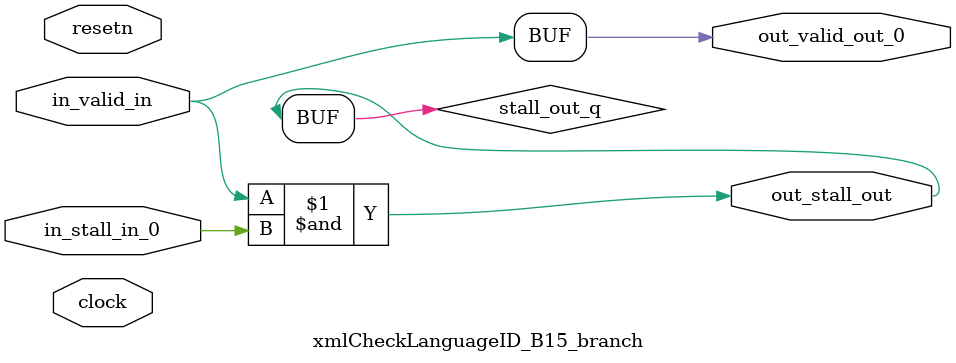
<source format=sv>



(* altera_attribute = "-name AUTO_SHIFT_REGISTER_RECOGNITION OFF; -name MESSAGE_DISABLE 10036; -name MESSAGE_DISABLE 10037; -name MESSAGE_DISABLE 14130; -name MESSAGE_DISABLE 14320; -name MESSAGE_DISABLE 15400; -name MESSAGE_DISABLE 14130; -name MESSAGE_DISABLE 10036; -name MESSAGE_DISABLE 12020; -name MESSAGE_DISABLE 12030; -name MESSAGE_DISABLE 12010; -name MESSAGE_DISABLE 12110; -name MESSAGE_DISABLE 14320; -name MESSAGE_DISABLE 13410; -name MESSAGE_DISABLE 113007; -name MESSAGE_DISABLE 10958" *)
module xmlCheckLanguageID_B15_branch (
    input wire [0:0] in_stall_in_0,
    input wire [0:0] in_valid_in,
    output wire [0:0] out_stall_out,
    output wire [0:0] out_valid_out_0,
    input wire clock,
    input wire resetn
    );

    wire [0:0] stall_out_q;


    // stall_out(LOGICAL,6)
    assign stall_out_q = in_valid_in & in_stall_in_0;

    // out_stall_out(GPOUT,4)
    assign out_stall_out = stall_out_q;

    // out_valid_out_0(GPOUT,5)
    assign out_valid_out_0 = in_valid_in;

endmodule

</source>
